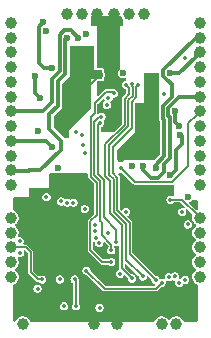
<source format=gbr>
G04 #@! TF.GenerationSoftware,KiCad,Pcbnew,9.0.4*
G04 #@! TF.CreationDate,2025-09-23T15:48:17-04:00*
G04 #@! TF.ProjectId,ESC Module,45534320-4d6f-4647-956c-652e6b696361,rev?*
G04 #@! TF.SameCoordinates,Original*
G04 #@! TF.FileFunction,Copper,L4,Bot*
G04 #@! TF.FilePolarity,Positive*
%FSLAX46Y46*%
G04 Gerber Fmt 4.6, Leading zero omitted, Abs format (unit mm)*
G04 Created by KiCad (PCBNEW 9.0.4) date 2025-09-23 15:48:17*
%MOMM*%
%LPD*%
G01*
G04 APERTURE LIST*
G04 #@! TA.AperFunction,Conductor*
%ADD10C,0.000000*%
G04 #@! TD*
G04 #@! TA.AperFunction,ComponentPad*
%ADD11C,1.000000*%
G04 #@! TD*
G04 #@! TA.AperFunction,ViaPad*
%ADD12C,0.350000*%
G04 #@! TD*
G04 #@! TA.AperFunction,ViaPad*
%ADD13C,0.600000*%
G04 #@! TD*
G04 #@! TA.AperFunction,Conductor*
%ADD14C,0.152400*%
G04 #@! TD*
G04 #@! TA.AperFunction,Conductor*
%ADD15C,0.300000*%
G04 #@! TD*
G04 APERTURE END LIST*
D10*
G04 #@! TA.AperFunction,Conductor*
G04 #@! TO.N,GND*
G36*
X132500000Y-89750000D02*
G01*
X132637439Y-89887439D01*
X132637439Y-92612561D01*
X132133908Y-93116092D01*
X129000000Y-93116092D01*
X129000000Y-92250000D01*
X130500000Y-90750000D01*
X130500000Y-88250000D01*
X131250000Y-88250000D01*
X131250000Y-85750000D01*
X132500000Y-85750000D01*
X132500000Y-89750000D01*
G37*
G04 #@! TD.AperFunction*
G04 #@! TA.AperFunction,Conductor*
G36*
X127000000Y-85500000D02*
G01*
X127750000Y-85500000D01*
X127750000Y-86250000D01*
X126750000Y-86250000D01*
X126750000Y-88750000D01*
X124943236Y-90556764D01*
X124943236Y-91250000D01*
X124500000Y-91250000D01*
X123605820Y-90355820D01*
X123605820Y-89394180D01*
X124318298Y-88681702D01*
X124318298Y-86681702D01*
X125000000Y-86000000D01*
X125000000Y-83500000D01*
X127000000Y-83500000D01*
X127000000Y-85500000D01*
G37*
G04 #@! TD.AperFunction*
G04 #@! TA.AperFunction,Conductor*
G36*
X126250000Y-100964285D02*
G01*
X124458333Y-102500000D01*
X122000000Y-102500000D01*
X122000000Y-98800000D01*
X123312500Y-97750000D01*
X126250000Y-97750000D01*
X126250000Y-100964285D01*
G37*
G04 #@! TD.AperFunction*
G04 #@! TA.AperFunction,Conductor*
G36*
X134750000Y-99000000D02*
G01*
X134750000Y-102500000D01*
X132000000Y-102500000D01*
X130500000Y-100750000D01*
X130500000Y-97750000D01*
X133750000Y-97750000D01*
X134750000Y-99000000D01*
G37*
G04 #@! TD.AperFunction*
G04 #@! TD*
D11*
G04 #@! TO.P,U7,1,1*
G04 #@! TO.N,Net-(R102-Pad2)*
X120000000Y-86500000D03*
G04 #@! TD*
G04 #@! TO.P,U14,1,1*
G04 #@! TO.N,Net-(R110-Pad2)*
X136000000Y-87750000D03*
G04 #@! TD*
G04 #@! TO.P,U105,1,1*
G04 #@! TO.N,/ESC/VS1*
X120000000Y-92750000D03*
G04 #@! TD*
G04 #@! TO.P,U108,1,1*
G04 #@! TO.N,/ESC1/VS2*
X136000000Y-89000000D03*
G04 #@! TD*
G04 #@! TO.P,U121,1,1*
G04 #@! TO.N,/ESC/TELEMETRY_TX*
X120000000Y-101750000D03*
G04 #@! TD*
G04 #@! TO.P,U18,1,1*
G04 #@! TO.N,Vdrive*
X126000000Y-80750000D03*
G04 #@! TD*
G04 #@! TO.P,U111,1,1*
G04 #@! TO.N,/ESC1/NRST*
X136000000Y-98000000D03*
G04 #@! TD*
G04 #@! TO.P,U110,1,1*
G04 #@! TO.N,/ESC/VS3*
X120000000Y-82750000D03*
G04 #@! TD*
G04 #@! TO.P,U16,1,1*
G04 #@! TO.N,Net-(R112-Pad2)*
X136000000Y-92750000D03*
G04 #@! TD*
G04 #@! TO.P,U5,1,1*
G04 #@! TO.N,Net-(R103-Pad2)*
X120000000Y-91500000D03*
G04 #@! TD*
G04 #@! TO.P,U15,1,1*
G04 #@! TO.N,Net-(R111-Pad2)*
X136000000Y-95250000D03*
G04 #@! TD*
G04 #@! TO.P,U202,1,1*
G04 #@! TO.N,/ESC/SWDIO*
X120000000Y-98000000D03*
G04 #@! TD*
G04 #@! TO.P,U22,1,1*
G04 #@! TO.N,GND*
X120000000Y-90250000D03*
G04 #@! TD*
G04 #@! TO.P,U116,1,1*
G04 #@! TO.N,GND*
X124750000Y-80750000D03*
G04 #@! TD*
G04 #@! TO.P,U118,1,1*
G04 #@! TO.N,GND*
X129000000Y-107000000D03*
G04 #@! TD*
G04 #@! TO.P,U122,1,1*
G04 #@! TO.N,/ESC/TELEMETRY_RX*
X120000000Y-103000000D03*
G04 #@! TD*
G04 #@! TO.P,U114,1,1*
G04 #@! TO.N,GND*
X136000000Y-91500000D03*
G04 #@! TD*
G04 #@! TO.P,U103,1,1*
G04 #@! TO.N,VDD*
X128750000Y-80750000D03*
G04 #@! TD*
G04 #@! TO.P,U12,1,1*
G04 #@! TO.N,Net-(R108-Pad2)*
X136000000Y-82750000D03*
G04 #@! TD*
G04 #@! TO.P,U9,1,1*
G04 #@! TO.N,Net-(R105-Pad2)*
X120000000Y-81500000D03*
G04 #@! TD*
G04 #@! TO.P,U106,1,1*
G04 #@! TO.N,/ESC/VS2*
X120000000Y-87750000D03*
G04 #@! TD*
G04 #@! TO.P,U19,1,1*
G04 #@! TO.N,GND*
X131250000Y-80750000D03*
G04 #@! TD*
G04 #@! TO.P,U13,1,1*
G04 #@! TO.N,Net-(R109-Pad2)*
X136000000Y-90250000D03*
G04 #@! TD*
G04 #@! TO.P,U20,1,1*
G04 #@! TO.N,GND*
X120000000Y-95250000D03*
G04 #@! TD*
G04 #@! TO.P,U3,1,1*
G04 #@! TO.N,/ESC/PWM*
X132750000Y-107000000D03*
G04 #@! TD*
G04 #@! TO.P,U113,1,1*
G04 #@! TO.N,GND*
X136000000Y-81500000D03*
G04 #@! TD*
G04 #@! TO.P,U10,1,1*
G04 #@! TO.N,Net-(R106-Pad2)*
X120000000Y-84000000D03*
G04 #@! TD*
G04 #@! TO.P,U115,1,1*
G04 #@! TO.N,GND*
X136000000Y-86500000D03*
G04 #@! TD*
G04 #@! TO.P,U101,1,1*
G04 #@! TO.N,Vdrive*
X130000000Y-80750000D03*
G04 #@! TD*
G04 #@! TO.P,U8,1,1*
G04 #@! TO.N,Net-(R104-Pad2)*
X120000000Y-89000000D03*
G04 #@! TD*
G04 #@! TO.P,U201,1,1*
G04 #@! TO.N,/ESC/SWCLK*
X120000000Y-99250000D03*
G04 #@! TD*
G04 #@! TO.P,U119,1,1*
G04 #@! TO.N,/ESC1/TELEMETRY_TX*
X136000000Y-100500000D03*
G04 #@! TD*
G04 #@! TO.P,U117,1,1*
G04 #@! TO.N,GND*
X127000000Y-107000000D03*
G04 #@! TD*
G04 #@! TO.P,U304,1,1*
G04 #@! TO.N,/ESC1/SWDIO*
X136000000Y-103000000D03*
G04 #@! TD*
G04 #@! TO.P,U11,1,1*
G04 #@! TO.N,Net-(R107-Pad2)*
X136000000Y-85250000D03*
G04 #@! TD*
G04 #@! TO.P,U102,1,1*
G04 #@! TO.N,+3V3*
X121000000Y-107000000D03*
G04 #@! TD*
G04 #@! TO.P,U107,1,1*
G04 #@! TO.N,/ESC1/VS1*
X136000000Y-84000000D03*
G04 #@! TD*
G04 #@! TO.P,U104,1,1*
G04 #@! TO.N,VDD*
X127250000Y-80750000D03*
G04 #@! TD*
G04 #@! TO.P,U21,1,1*
G04 #@! TO.N,GND*
X120000000Y-85250000D03*
G04 #@! TD*
G04 #@! TO.P,U4,1,1*
G04 #@! TO.N,/ESC1/PWM*
X134000000Y-107000000D03*
G04 #@! TD*
G04 #@! TO.P,U120,1,1*
G04 #@! TO.N,/ESC1/TELEMETRY_RX*
X136000000Y-99250000D03*
G04 #@! TD*
G04 #@! TO.P,U109,1,1*
G04 #@! TO.N,/ESC1/VS3*
X136000000Y-94000000D03*
G04 #@! TD*
G04 #@! TO.P,U303,1,1*
G04 #@! TO.N,/ESC1/SWCLK*
X136000000Y-101750000D03*
G04 #@! TD*
G04 #@! TO.P,U112,1,1*
G04 #@! TO.N,/ESC/NRST*
X120000000Y-100500000D03*
G04 #@! TD*
G04 #@! TO.P,U6,1,1*
G04 #@! TO.N,Net-(R101-Pad2)*
X120000000Y-94000000D03*
G04 #@! TD*
D12*
G04 #@! TO.N,GND*
X131750000Y-88750000D03*
X131750000Y-89500000D03*
X131750000Y-90250000D03*
X124500000Y-88250000D03*
X124500000Y-87500000D03*
X124500000Y-86750000D03*
X125000000Y-86750000D03*
X125000000Y-87500000D03*
X125000000Y-88250000D03*
X126500000Y-88250000D03*
X125500000Y-88250000D03*
X126000000Y-88250000D03*
X126500000Y-87500000D03*
X126000000Y-87500000D03*
X126500000Y-86750000D03*
X126000000Y-86750000D03*
X121500000Y-103250000D03*
X128500000Y-106250000D03*
X126500000Y-106500000D03*
X129250000Y-106250000D03*
X130750000Y-100750000D03*
X131500000Y-98750000D03*
X128580123Y-102397267D03*
X132250000Y-99750000D03*
D13*
X127500000Y-85925000D03*
D12*
X130750000Y-106250000D03*
X124250000Y-106500000D03*
X123750000Y-98750000D03*
D13*
X129278600Y-93000000D03*
D12*
X132250000Y-100750000D03*
X125250000Y-100750000D03*
X130750000Y-88750000D03*
X131250000Y-90250000D03*
X131500000Y-100750000D03*
X130750000Y-98750000D03*
X129547673Y-96952945D03*
X123750000Y-100750000D03*
X124000000Y-94500000D03*
X125250000Y-99750000D03*
X126250000Y-103000000D03*
X124500000Y-100750000D03*
X130750000Y-90250000D03*
X125500000Y-86750000D03*
X131250000Y-88750000D03*
X120500000Y-106000000D03*
X133000000Y-99750000D03*
X123000000Y-100750000D03*
X129906995Y-94980566D03*
X131250000Y-89500000D03*
X131500000Y-99750000D03*
X135000000Y-106250000D03*
X121000000Y-105750000D03*
X123000000Y-99750000D03*
X124500000Y-99750000D03*
X125500000Y-87500000D03*
X131500000Y-106250000D03*
X130000000Y-105750000D03*
X123750000Y-99750000D03*
X125000000Y-106500000D03*
X124500000Y-98750000D03*
X123500000Y-95000000D03*
X135000000Y-105750000D03*
X132250000Y-98750000D03*
X123000000Y-98750000D03*
X130750000Y-99750000D03*
X133000000Y-100750000D03*
X123500000Y-96500000D03*
X130750000Y-89500000D03*
X126500000Y-105500000D03*
X122750000Y-106500000D03*
X135500000Y-96750000D03*
X125250000Y-98750000D03*
X130000000Y-106250000D03*
X131500000Y-105750000D03*
X130750000Y-105750000D03*
X129250000Y-105750000D03*
X125750000Y-106500000D03*
X133500000Y-95500000D03*
X123500000Y-106500000D03*
X128500000Y-105750000D03*
X133000000Y-98750000D03*
G04 #@! TO.N,+3V3*
X134500000Y-97500000D03*
X124141995Y-103219873D03*
X126250000Y-97250000D03*
X129250000Y-102750000D03*
X122250000Y-104000000D03*
G04 #@! TO.N,/ESC/VS1*
X127485027Y-100139912D03*
X123000000Y-96250000D03*
G04 #@! TO.N,/ESC/VS2*
X127500000Y-105625000D03*
G04 #@! TO.N,/ESC/VS3*
X124500000Y-105500000D03*
D13*
G04 #@! TO.N,/ESC1/VS1*
X133500462Y-85750462D03*
D12*
X133000000Y-87500000D03*
X128250000Y-99250000D03*
G04 #@! TO.N,/ESC1/VS2*
X129352387Y-93750000D03*
D13*
G04 #@! TO.N,/ESC1/VS3*
X133491320Y-94365123D03*
X134352400Y-91006523D03*
G04 #@! TO.N,Vdrive*
X129487600Y-85750000D03*
D12*
X134750000Y-84500000D03*
D13*
X122250000Y-90675000D03*
X124000000Y-93750000D03*
X135000000Y-96250000D03*
X123000000Y-82175000D03*
D12*
G04 #@! TO.N,/ESC/COMP*
X125391995Y-103219873D03*
X125500000Y-105500000D03*
G04 #@! TO.N,/ESC1/BOOT0*
X134750000Y-103250000D03*
X134986995Y-98564873D03*
D13*
G04 #@! TO.N,/ESC/HO2*
X122028600Y-86000000D03*
X122471155Y-87850001D03*
G04 #@! TO.N,/ESC/HO3*
X123503663Y-85287256D03*
X122738680Y-81469436D03*
G04 #@! TO.N,/ESC1/HO2*
X133893181Y-88991138D03*
X134230278Y-90234123D03*
D12*
G04 #@! TO.N,/ESC/GATE_CH*
X126125000Y-91875000D03*
X125296995Y-96719873D03*
G04 #@! TO.N,/ESC/GATE_AH*
X125500000Y-90750000D03*
X124257184Y-96616911D03*
G04 #@! TO.N,/ESC/GATE_AL*
X127141995Y-98599870D03*
X126250000Y-92500000D03*
G04 #@! TO.N,/ESC/GATE_BH*
X126000000Y-91000000D03*
X124771992Y-96719873D03*
G04 #@! TO.N,/ESC/GATE_BL*
X128103558Y-88455413D03*
X127141995Y-99124873D03*
G04 #@! TO.N,/ESC/GATE_CL*
X127191084Y-99704912D03*
X128250000Y-87875000D03*
G04 #@! TO.N,/ESC/NRST*
X122641995Y-103219873D03*
G04 #@! TO.N,VDD*
X128000000Y-90500000D03*
G04 #@! TO.N,/ESC1/NRST*
X133500000Y-96469873D03*
G04 #@! TO.N,/ESC1/GATE_AL*
X128717995Y-87477531D03*
X128500000Y-101750000D03*
G04 #@! TO.N,/ESC1/GATE_AH*
X132250000Y-103250000D03*
X130780186Y-86774008D03*
G04 #@! TO.N,/ESC1/SWDIO*
X133355527Y-103035534D03*
G04 #@! TO.N,/ESC1/GATE_BH*
X130267442Y-86661220D03*
X131166998Y-102969873D03*
G04 #@! TO.N,/ESC1/GATE_BL*
X128500000Y-100750000D03*
X127666166Y-89440004D03*
G04 #@! TO.N,/ESC1/GATE_CH*
X129750000Y-86750000D03*
X130250000Y-103140447D03*
G04 #@! TO.N,/ESC1/SWCLK*
X133891995Y-102969873D03*
G04 #@! TO.N,/ESC1/GATE_CL*
X127554896Y-89953080D03*
X128927200Y-100029668D03*
G04 #@! TO.N,Net-(U203-PA2)*
X132750000Y-103500000D03*
X126391995Y-102469873D03*
G04 #@! TO.N,Net-(U305-PA2)*
X129750000Y-97500000D03*
X134250000Y-103500000D03*
D13*
G04 #@! TO.N,Net-(R101-Pad2)*
X124750000Y-82750000D03*
G04 #@! TO.N,Net-(R103-Pad2)*
X123500000Y-92000000D03*
G04 #@! TO.N,Net-(R104-Pad2)*
X125698341Y-82774468D03*
G04 #@! TO.N,Net-(R106-Pad2)*
X126378328Y-82452400D03*
G04 #@! TO.N,Net-(R108-Pad2)*
X132240800Y-93749493D03*
G04 #@! TO.N,Net-(R110-Pad2)*
X131221088Y-93628320D03*
G04 #@! TO.N,Net-(R112-Pad2)*
X130221339Y-93630016D03*
D12*
G04 #@! TO.N,/ESC/TELEMETRY_TX*
X120750000Y-100000000D03*
G04 #@! TO.N,/ESC/TELEMETRY_RX*
X120750000Y-101000000D03*
G04 #@! TD*
D14*
G04 #@! TO.N,GND*
X130750000Y-91528600D02*
X129278600Y-93000000D01*
X130750000Y-90250000D02*
X130750000Y-91528600D01*
X126675000Y-86750000D02*
X127500000Y-85925000D01*
X126500000Y-86750000D02*
X126675000Y-86750000D01*
D15*
G04 #@! TO.N,Net-(R108-Pad2)*
X132897062Y-86000399D02*
X132897062Y-85501938D01*
X133198332Y-86301668D02*
X132897062Y-86000399D01*
X133608796Y-86712133D02*
X133198332Y-86301668D01*
X132836382Y-89600001D02*
X132836382Y-88522414D01*
X132986381Y-89750000D02*
X132836382Y-89600001D01*
X132897062Y-85501938D02*
X135649000Y-82750000D01*
X132836382Y-88522414D02*
X133608796Y-87750000D01*
X132986381Y-92750000D02*
X132986381Y-89750000D01*
X132240800Y-93495581D02*
X132986381Y-92750000D01*
X132240800Y-93749493D02*
X132240800Y-93495581D01*
X133608796Y-87750000D02*
X133608796Y-86712133D01*
G04 #@! TO.N,Net-(R110-Pad2)*
X131221088Y-93971088D02*
X131221088Y-93628320D01*
X131848979Y-94598979D02*
X131221088Y-93971088D01*
X132489027Y-94598979D02*
X131848979Y-94598979D01*
X132923200Y-94164806D02*
X132489027Y-94598979D01*
X132923200Y-93456362D02*
X132923200Y-94164806D01*
X133439781Y-89500000D02*
X133439781Y-92939781D01*
X133289781Y-89350000D02*
X133439781Y-89500000D01*
X133289781Y-88710219D02*
X133289781Y-89350000D01*
X134250000Y-87750000D02*
X133289781Y-88710219D01*
X133439781Y-92939781D02*
X132923200Y-93456362D01*
X135649000Y-87750000D02*
X134250000Y-87750000D01*
G04 #@! TO.N,Net-(R101-Pad2)*
X124250000Y-92250000D02*
X122500000Y-94000000D01*
X124250000Y-91500000D02*
X124250000Y-92250000D01*
X123250000Y-90500000D02*
X124250000Y-91500000D01*
X123250000Y-89250000D02*
X123250000Y-90500000D01*
X122500000Y-94000000D02*
X121528337Y-94000000D01*
X123953400Y-88546600D02*
X123250000Y-89250000D01*
X123953400Y-86437804D02*
X123953400Y-88546600D01*
X124599999Y-85791205D02*
X123953400Y-86437804D01*
X124600000Y-82900000D02*
X124599999Y-85791205D01*
X124750000Y-82750000D02*
X124600000Y-82900000D01*
G04 #@! TO.N,Net-(R104-Pad2)*
X124146600Y-82500063D02*
X124500063Y-82146600D01*
X125070473Y-82146600D02*
X125698341Y-82774468D01*
X123500000Y-86250000D02*
X124146600Y-85603400D01*
X123500000Y-88175000D02*
X123500000Y-86250000D01*
X122675000Y-89000000D02*
X123500000Y-88175000D01*
X120000000Y-89000000D02*
X122675000Y-89000000D01*
X124146600Y-85603400D02*
X124146600Y-82500063D01*
X124500063Y-82146600D02*
X125070473Y-82146600D01*
G04 #@! TO.N,/ESC/HO3*
X122396600Y-81811516D02*
X122738680Y-81469436D01*
X122396600Y-84896600D02*
X122396600Y-81811516D01*
X123503663Y-85287256D02*
X122787256Y-85287256D01*
X122787256Y-85287256D02*
X122396600Y-84896600D01*
G04 #@! TO.N,/ESC1/VS1*
X133500462Y-85750462D02*
X134249538Y-85750462D01*
X135649000Y-84351000D02*
X135649000Y-84000000D01*
X134249538Y-85750462D02*
X135649000Y-84351000D01*
D14*
G04 #@! TO.N,/ESC1/VS2*
X135000000Y-93605411D02*
X135000000Y-90000000D01*
X130509161Y-94978579D02*
X133626832Y-94978579D01*
X129352387Y-93821805D02*
X130509161Y-94978579D01*
X133626832Y-94978579D02*
X135000000Y-93605411D01*
X129352387Y-93750000D02*
X129352387Y-93821805D01*
X135000000Y-90000000D02*
X135722800Y-89277200D01*
D15*
G04 #@! TO.N,/ESC1/VS3*
X133578027Y-94365123D02*
X133491320Y-94365123D01*
X134000000Y-92250000D02*
X134000000Y-93943150D01*
X134000000Y-93943150D02*
X133578027Y-94365123D01*
X134352400Y-91006523D02*
X134453400Y-91107523D01*
X134453400Y-91107523D02*
X134453400Y-91796600D01*
X134453400Y-91796600D02*
X134000000Y-92250000D01*
D14*
G04 #@! TO.N,/ESC/COMP*
X125500000Y-105500000D02*
X125500000Y-103327878D01*
X125500000Y-103327878D02*
X125391995Y-103219873D01*
D15*
G04 #@! TO.N,/ESC/HO2*
X122028600Y-87407446D02*
X122471155Y-87850001D01*
X122028600Y-86000000D02*
X122028600Y-87407446D01*
G04 #@! TO.N,/ESC1/HO2*
X133893181Y-89897026D02*
X134230278Y-90234123D01*
X133893181Y-88991138D02*
X133893181Y-89897026D01*
D14*
G04 #@! TO.N,/ESC/NRST*
X121250000Y-100500000D02*
X120277200Y-100500000D01*
X122287842Y-103219873D02*
X121658984Y-102591016D01*
X121658984Y-100908984D02*
X121250000Y-100500000D01*
X122641995Y-103219873D02*
X122287842Y-103219873D01*
X121658984Y-102591016D02*
X121658984Y-100908984D01*
G04 #@! TO.N,/ESC1/NRST*
X134469873Y-96469873D02*
X135722800Y-97722800D01*
X133500000Y-96469873D02*
X134469873Y-96469873D01*
G04 #@! TO.N,/ESC1/GATE_AL*
X126750000Y-89466125D02*
X127079600Y-89136525D01*
X127250000Y-95017000D02*
X127250000Y-97750000D01*
X128717995Y-87477531D02*
X128563264Y-87322800D01*
X126750000Y-89466125D02*
X126750000Y-94517000D01*
X127750000Y-101750000D02*
X128500000Y-101750000D01*
X126714795Y-98285205D02*
X126714795Y-100714795D01*
X128563264Y-87322800D02*
X128073047Y-87322800D01*
X126714795Y-100714795D02*
X127750000Y-101750000D01*
X127079600Y-88316247D02*
X127079600Y-89136525D01*
X128073047Y-87322800D02*
X127079600Y-88316247D01*
X127250000Y-97750000D02*
X126714795Y-98285205D01*
X126750000Y-94517000D02*
X127250000Y-95017000D01*
G04 #@! TO.N,/ESC1/GATE_AH*
X129000000Y-97385068D02*
X129000000Y-94604666D01*
X130250000Y-90361600D02*
X130250000Y-88175296D01*
X130611600Y-87813696D02*
X130611600Y-86921215D01*
X130758807Y-86774008D02*
X130780186Y-86774008D01*
X129000000Y-94604666D02*
X128611600Y-94216266D01*
X130055800Y-98440868D02*
X129000000Y-97385068D01*
X130611600Y-86921215D02*
X130758807Y-86774008D01*
X130250000Y-88175296D02*
X130611600Y-87813696D01*
X128611600Y-94216266D02*
X128611600Y-92000000D01*
X132250000Y-103250000D02*
X130055800Y-101055800D01*
X128611600Y-92000000D02*
X130250000Y-90361600D01*
X130055800Y-101055800D02*
X130055800Y-98440868D01*
G04 #@! TO.N,/ESC1/GATE_BH*
X130305800Y-86873334D02*
X130305800Y-87687030D01*
X129716233Y-100466233D02*
X129750000Y-100500000D01*
X130267442Y-86834975D02*
X130305800Y-86873334D01*
X130305800Y-87687030D02*
X129944200Y-88048630D01*
X130267442Y-86661220D02*
X130267442Y-86834975D01*
X129750000Y-101552875D02*
X131166998Y-102969873D01*
X128305800Y-94342933D02*
X128694200Y-94731333D01*
X129716233Y-98533767D02*
X129716233Y-100466233D01*
X128694200Y-94731333D02*
X128694200Y-97511735D01*
X129750000Y-100500000D02*
X129750000Y-101552875D01*
X128305800Y-91873335D02*
X128305800Y-94342933D01*
X129944200Y-90234934D02*
X128305800Y-91873335D01*
X128694200Y-97511735D02*
X129716233Y-98533767D01*
X129944200Y-88048630D02*
X129944200Y-90234934D01*
G04 #@! TO.N,/ESC1/GATE_BL*
X127201911Y-89701911D02*
X127463819Y-89440004D01*
X127555800Y-98250000D02*
X127694200Y-98388400D01*
X128500000Y-100277031D02*
X128500000Y-100750000D01*
X127055800Y-89848023D02*
X127055800Y-94390334D01*
X127201911Y-89701911D02*
X127055800Y-89848023D01*
X127463819Y-89440004D02*
X127666166Y-89440004D01*
X127555800Y-94890333D02*
X127555800Y-98250000D01*
X127694200Y-98388400D02*
X127694200Y-99471231D01*
X127055800Y-94390334D02*
X127555800Y-94890333D01*
X127694200Y-99471231D02*
X128500000Y-100277031D01*
X127127696Y-89776127D02*
X127201911Y-89701911D01*
G04 #@! TO.N,/ESC1/GATE_CH*
X130000000Y-87560364D02*
X129638400Y-87921964D01*
X129404155Y-98654156D02*
X129404155Y-102294602D01*
X128388400Y-94857999D02*
X128388400Y-97638401D01*
X129404155Y-102294602D02*
X130250000Y-103140447D01*
X128388400Y-97638401D02*
X129404155Y-98654156D01*
X128000000Y-91746669D02*
X128000000Y-94469600D01*
X128000000Y-94469600D02*
X128388400Y-94857999D01*
X129638400Y-87921964D02*
X129638400Y-90108268D01*
X129638400Y-90108268D02*
X128000000Y-91746669D01*
X130000000Y-87000000D02*
X130000000Y-87560364D01*
X129750000Y-86750000D02*
X130000000Y-87000000D01*
G04 #@! TO.N,/ESC1/SWCLK*
X133891995Y-102969873D02*
X133822800Y-103039068D01*
G04 #@! TO.N,/ESC1/GATE_CL*
X127546920Y-89953080D02*
X127361600Y-90138400D01*
X127861600Y-97977320D02*
X128927200Y-99042920D01*
X127554896Y-89953080D02*
X127546920Y-89953080D01*
X128927200Y-99042920D02*
X128927200Y-100029668D01*
X127361600Y-90138400D02*
X127361600Y-94263668D01*
X127861600Y-94763666D02*
X127861600Y-97977320D01*
X127361600Y-94263668D02*
X127861600Y-94763666D01*
G04 #@! TO.N,Net-(U203-PA2)*
X132750000Y-103500000D02*
X132250000Y-104000000D01*
X132250000Y-104000000D02*
X127922122Y-104000000D01*
X127922122Y-104000000D02*
X126391995Y-102469873D01*
D15*
G04 #@! TO.N,Net-(R101-Pad2)*
X121528337Y-94075000D02*
X120000000Y-94075000D01*
G04 #@! TO.N,Net-(R103-Pad2)*
X123000000Y-91500000D02*
X120351000Y-91500000D01*
X123500000Y-92000000D02*
X123000000Y-91500000D01*
G04 #@! TD*
G04 #@! TA.AperFunction,Conductor*
G04 #@! TO.N,VDD*
G36*
X129374447Y-80968093D02*
G01*
X129395584Y-80996921D01*
X129421408Y-81059264D01*
X129421409Y-81059265D01*
X129421409Y-81059266D01*
X129487326Y-81157917D01*
X129500000Y-81199696D01*
X129500000Y-81674800D01*
X129482407Y-81723138D01*
X129437858Y-81748858D01*
X129424800Y-81750000D01*
X129250000Y-81750000D01*
X129250000Y-85320798D01*
X129232407Y-85369136D01*
X129212403Y-85385921D01*
X129209515Y-85387588D01*
X129125188Y-85471914D01*
X129065564Y-85575185D01*
X129065564Y-85575186D01*
X129065564Y-85575187D01*
X129034700Y-85690375D01*
X129034700Y-85809625D01*
X129065564Y-85924813D01*
X129065564Y-85924814D01*
X129125189Y-86028087D01*
X129209512Y-86112410D01*
X129265000Y-86144446D01*
X129312787Y-86172036D01*
X129427975Y-86202900D01*
X129427978Y-86202900D01*
X129547222Y-86202900D01*
X129547225Y-86202900D01*
X129655339Y-86173931D01*
X129658763Y-86174230D01*
X129661742Y-86172511D01*
X129684035Y-86176442D01*
X129706581Y-86178415D01*
X129709012Y-86180846D01*
X129712400Y-86181444D01*
X129726950Y-86198784D01*
X129742954Y-86214788D01*
X129743878Y-86218958D01*
X129745465Y-86220849D01*
X129750000Y-86246569D01*
X129750000Y-86329433D01*
X129732407Y-86377771D01*
X129694264Y-86402070D01*
X129659432Y-86411403D01*
X129614713Y-86423385D01*
X129534783Y-86469534D01*
X129469534Y-86534783D01*
X129423385Y-86614713D01*
X129409594Y-86666180D01*
X129399500Y-86703856D01*
X129399500Y-86796144D01*
X129423386Y-86885288D01*
X129469531Y-86965212D01*
X129469532Y-86965213D01*
X129469534Y-86965216D01*
X129534783Y-87030465D01*
X129534785Y-87030466D01*
X129534788Y-87030469D01*
X129614712Y-87076614D01*
X129694265Y-87097930D01*
X129736400Y-87127432D01*
X129750000Y-87170566D01*
X129750000Y-87455218D01*
X129732407Y-87503556D01*
X129727974Y-87508392D01*
X129444178Y-87792187D01*
X129444177Y-87792188D01*
X129427758Y-87831830D01*
X129409300Y-87876392D01*
X129409300Y-89982223D01*
X129391707Y-90030561D01*
X129387274Y-90035397D01*
X128694697Y-90727974D01*
X128648077Y-90749714D01*
X128641523Y-90750000D01*
X127665900Y-90750000D01*
X127617562Y-90732407D01*
X127591842Y-90687858D01*
X127590700Y-90674800D01*
X127590700Y-90364053D01*
X127608293Y-90315715D01*
X127646436Y-90291416D01*
X127690184Y-90279694D01*
X127770108Y-90233549D01*
X127835365Y-90168292D01*
X127881510Y-90088368D01*
X127905396Y-89999224D01*
X127905396Y-89906936D01*
X127881510Y-89817792D01*
X127874692Y-89805984D01*
X127865758Y-89755328D01*
X127886640Y-89715210D01*
X127946635Y-89655216D01*
X127992780Y-89575292D01*
X128016666Y-89486148D01*
X128016666Y-89393860D01*
X127992780Y-89304716D01*
X127946635Y-89224792D01*
X127946632Y-89224789D01*
X127946631Y-89224787D01*
X127881382Y-89159538D01*
X127881379Y-89159536D01*
X127881378Y-89159535D01*
X127801454Y-89113390D01*
X127801453Y-89113389D01*
X127801452Y-89113389D01*
X127768822Y-89104646D01*
X127712310Y-89089504D01*
X127620022Y-89089504D01*
X127573368Y-89102004D01*
X127530879Y-89113389D01*
X127450951Y-89159537D01*
X127437073Y-89173415D01*
X127390452Y-89195153D01*
X127340765Y-89181838D01*
X127311262Y-89139700D01*
X127308700Y-89120239D01*
X127308700Y-88442291D01*
X127326293Y-88393953D01*
X127330715Y-88389128D01*
X127786099Y-87933743D01*
X127793517Y-87930284D01*
X127798461Y-87923756D01*
X127816213Y-87919700D01*
X127832717Y-87912005D01*
X127840626Y-87914124D01*
X127848609Y-87912301D01*
X127864814Y-87920605D01*
X127882404Y-87925319D01*
X127888332Y-87932657D01*
X127894388Y-87935761D01*
X127902077Y-87949671D01*
X127908561Y-87957697D01*
X127910572Y-87962465D01*
X127923386Y-88010288D01*
X127950667Y-88057540D01*
X127952489Y-88061859D01*
X127953555Y-88083145D01*
X127957257Y-88104139D01*
X127954818Y-88108363D01*
X127955062Y-88113235D01*
X127942194Y-88130228D01*
X127931537Y-88148687D01*
X127924469Y-88153636D01*
X127924009Y-88154244D01*
X127923404Y-88154382D01*
X127920801Y-88156205D01*
X127888343Y-88174945D01*
X127888343Y-88174946D01*
X127823092Y-88240196D01*
X127776943Y-88320126D01*
X127763152Y-88371593D01*
X127753058Y-88409269D01*
X127753058Y-88501557D01*
X127776944Y-88590701D01*
X127823089Y-88670625D01*
X127823090Y-88670626D01*
X127823092Y-88670629D01*
X127888341Y-88735878D01*
X127888343Y-88735879D01*
X127888346Y-88735882D01*
X127968270Y-88782027D01*
X128057414Y-88805913D01*
X128057417Y-88805913D01*
X128149699Y-88805913D01*
X128149702Y-88805913D01*
X128238846Y-88782027D01*
X128318770Y-88735882D01*
X128384027Y-88670625D01*
X128430172Y-88590701D01*
X128454058Y-88501557D01*
X128454058Y-88409269D01*
X128430172Y-88320125D01*
X128405232Y-88276929D01*
X128396300Y-88226274D01*
X128422020Y-88181725D01*
X128432752Y-88174209D01*
X128465212Y-88155469D01*
X128530469Y-88090212D01*
X128576614Y-88010288D01*
X128600500Y-87921144D01*
X128600500Y-87903231D01*
X128618093Y-87854893D01*
X128662642Y-87829173D01*
X128675700Y-87828031D01*
X128764136Y-87828031D01*
X128764139Y-87828031D01*
X128853283Y-87804145D01*
X128933207Y-87758000D01*
X128998464Y-87692743D01*
X129044609Y-87612819D01*
X129068495Y-87523675D01*
X129068495Y-87431387D01*
X129044609Y-87342243D01*
X128998464Y-87262319D01*
X128998461Y-87262316D01*
X128998460Y-87262314D01*
X128933211Y-87197065D01*
X128933208Y-87197063D01*
X128933207Y-87197062D01*
X128853283Y-87150917D01*
X128853282Y-87150916D01*
X128853281Y-87150916D01*
X128820651Y-87142173D01*
X128764139Y-87127031D01*
X128764136Y-87127031D01*
X128704262Y-87127031D01*
X128702111Y-87126603D01*
X128700983Y-87126959D01*
X128675485Y-87121307D01*
X128625251Y-87100500D01*
X128625249Y-87100499D01*
X128608836Y-87093700D01*
X128608835Y-87093700D01*
X128027476Y-87093700D01*
X128027475Y-87093700D01*
X128011062Y-87100499D01*
X128011060Y-87100500D01*
X127943270Y-87128578D01*
X127378374Y-87693475D01*
X127331754Y-87715215D01*
X127282067Y-87701901D01*
X127252562Y-87659764D01*
X127250000Y-87640301D01*
X127250000Y-86530145D01*
X127255615Y-86514717D01*
X127257046Y-86498364D01*
X127266460Y-86484919D01*
X127267593Y-86481807D01*
X127272026Y-86476971D01*
X127319071Y-86429926D01*
X127365691Y-86408186D01*
X127372245Y-86407900D01*
X127749997Y-86407900D01*
X127750000Y-86407900D01*
X127828950Y-86386745D01*
X127886745Y-86328950D01*
X127907900Y-86250000D01*
X127907900Y-86144446D01*
X127917976Y-86106843D01*
X127922036Y-86099813D01*
X127952900Y-85984625D01*
X127952900Y-85865375D01*
X127922036Y-85750187D01*
X127917973Y-85743151D01*
X127907900Y-85705553D01*
X127907900Y-85500002D01*
X127907900Y-85500000D01*
X127886745Y-85421050D01*
X127886743Y-85421048D01*
X127886742Y-85421046D01*
X127828953Y-85363257D01*
X127828951Y-85363256D01*
X127828950Y-85363255D01*
X127750000Y-85342100D01*
X127749997Y-85342100D01*
X127325200Y-85342100D01*
X127276862Y-85324507D01*
X127251142Y-85279958D01*
X127250000Y-85266900D01*
X127250000Y-81750000D01*
X126825200Y-81750000D01*
X126776862Y-81732407D01*
X126751142Y-81687858D01*
X126750000Y-81674800D01*
X126750000Y-81025700D01*
X126767593Y-80977362D01*
X126812142Y-80951642D01*
X126825200Y-80950500D01*
X129326109Y-80950500D01*
X129374447Y-80968093D01*
G37*
G04 #@! TD.AperFunction*
G04 #@! TD*
G04 #@! TA.AperFunction,Conductor*
G04 #@! TO.N,GND*
G36*
X126494038Y-94267593D02*
G01*
X126519758Y-94312142D01*
X126520900Y-94325200D01*
X126520900Y-94562571D01*
X126527536Y-94578592D01*
X126555778Y-94646775D01*
X126998874Y-95089870D01*
X127020614Y-95136490D01*
X127020900Y-95143044D01*
X127020900Y-97623954D01*
X127003307Y-97672292D01*
X126998874Y-97677128D01*
X126520573Y-98155428D01*
X126504523Y-98194178D01*
X126485695Y-98239632D01*
X126485695Y-100760365D01*
X126520573Y-100844571D01*
X127620223Y-101944221D01*
X127620225Y-101944222D01*
X127670899Y-101965211D01*
X127670900Y-101965212D01*
X127684788Y-101970964D01*
X127704429Y-101979100D01*
X127704430Y-101979100D01*
X127795570Y-101979100D01*
X128202271Y-101979100D01*
X128250609Y-101996693D01*
X128255434Y-102001115D01*
X128284788Y-102030469D01*
X128364712Y-102076614D01*
X128453856Y-102100500D01*
X128453859Y-102100500D01*
X128546141Y-102100500D01*
X128546144Y-102100500D01*
X128635288Y-102076614D01*
X128715212Y-102030469D01*
X128780469Y-101965212D01*
X128826614Y-101885288D01*
X128850500Y-101796144D01*
X128850500Y-101703856D01*
X128826614Y-101614712D01*
X128780469Y-101534788D01*
X128780466Y-101534785D01*
X128780465Y-101534783D01*
X128715216Y-101469534D01*
X128715213Y-101469532D01*
X128715212Y-101469531D01*
X128635288Y-101423386D01*
X128635287Y-101423385D01*
X128635286Y-101423385D01*
X128602656Y-101414642D01*
X128546144Y-101399500D01*
X128453856Y-101399500D01*
X128407202Y-101412000D01*
X128364713Y-101423385D01*
X128284786Y-101469532D01*
X128270116Y-101484203D01*
X128255444Y-101498874D01*
X128208826Y-101520614D01*
X128202271Y-101520900D01*
X127876045Y-101520900D01*
X127827707Y-101503307D01*
X127822871Y-101498874D01*
X126965921Y-100641924D01*
X126944181Y-100595304D01*
X126943895Y-100588750D01*
X126943895Y-100097169D01*
X126961488Y-100048831D01*
X127006037Y-100023111D01*
X127042468Y-100025693D01*
X127049905Y-100028125D01*
X127055796Y-100031526D01*
X127080767Y-100038217D01*
X127082700Y-100038849D01*
X127101433Y-100053542D01*
X127120927Y-100067192D01*
X127121613Y-100069370D01*
X127123175Y-100070595D01*
X127125537Y-100081815D01*
X127134527Y-100110325D01*
X127134527Y-100186056D01*
X127149669Y-100242568D01*
X127157260Y-100270900D01*
X127158413Y-100275200D01*
X127204558Y-100355124D01*
X127204559Y-100355125D01*
X127204561Y-100355128D01*
X127269810Y-100420377D01*
X127269812Y-100420378D01*
X127269815Y-100420381D01*
X127349739Y-100466526D01*
X127438883Y-100490412D01*
X127438886Y-100490412D01*
X127531168Y-100490412D01*
X127531171Y-100490412D01*
X127620315Y-100466526D01*
X127700239Y-100420381D01*
X127765496Y-100355124D01*
X127811641Y-100275200D01*
X127835527Y-100186056D01*
X127835527Y-100118103D01*
X127853120Y-100069765D01*
X127897669Y-100044045D01*
X127948327Y-100052978D01*
X127963901Y-100064929D01*
X128248874Y-100349902D01*
X128255811Y-100364778D01*
X128266365Y-100377356D01*
X128269215Y-100393523D01*
X128270614Y-100396522D01*
X128270900Y-100403076D01*
X128270900Y-100452270D01*
X128253307Y-100500608D01*
X128248874Y-100505444D01*
X128219534Y-100534783D01*
X128173385Y-100614713D01*
X128159594Y-100666180D01*
X128149500Y-100703856D01*
X128149500Y-100796144D01*
X128162476Y-100844570D01*
X128167524Y-100863413D01*
X128173386Y-100885288D01*
X128219531Y-100965212D01*
X128219532Y-100965213D01*
X128219534Y-100965216D01*
X128284783Y-101030465D01*
X128284785Y-101030466D01*
X128284788Y-101030469D01*
X128364712Y-101076614D01*
X128453856Y-101100500D01*
X128453859Y-101100500D01*
X128546141Y-101100500D01*
X128546144Y-101100500D01*
X128635288Y-101076614D01*
X128715212Y-101030469D01*
X128780469Y-100965212D01*
X128826614Y-100885288D01*
X128850500Y-100796144D01*
X128850500Y-100703856D01*
X128826614Y-100614712D01*
X128780469Y-100534788D01*
X128780466Y-100534785D01*
X128780465Y-100534783D01*
X128751126Y-100505444D01*
X128744188Y-100490567D01*
X128733635Y-100477990D01*
X128730784Y-100461822D01*
X128729386Y-100458824D01*
X128729100Y-100452270D01*
X128729100Y-100437453D01*
X128746693Y-100389115D01*
X128791242Y-100363395D01*
X128823760Y-100364815D01*
X128881056Y-100380168D01*
X128973341Y-100380168D01*
X128973344Y-100380168D01*
X129062488Y-100356282D01*
X129062496Y-100356277D01*
X129067040Y-100354396D01*
X129067494Y-100355493D01*
X129112908Y-100347483D01*
X129157458Y-100373199D01*
X129175055Y-100421536D01*
X129175055Y-102347579D01*
X129172001Y-102347579D01*
X129166146Y-102385592D01*
X129127468Y-102419505D01*
X129119691Y-102422051D01*
X129114716Y-102423384D01*
X129114714Y-102423385D01*
X129114712Y-102423385D01*
X129114712Y-102423386D01*
X129090220Y-102437527D01*
X129034783Y-102469534D01*
X128969534Y-102534783D01*
X128969531Y-102534787D01*
X128969531Y-102534788D01*
X128959785Y-102551668D01*
X128923385Y-102614713D01*
X128915737Y-102643258D01*
X128899500Y-102703856D01*
X128899500Y-102796144D01*
X128910706Y-102837966D01*
X128919121Y-102869373D01*
X128923386Y-102885288D01*
X128969531Y-102965212D01*
X128969532Y-102965213D01*
X128969534Y-102965216D01*
X129034783Y-103030465D01*
X129034785Y-103030466D01*
X129034788Y-103030469D01*
X129114712Y-103076614D01*
X129203856Y-103100500D01*
X129203859Y-103100500D01*
X129296141Y-103100500D01*
X129296144Y-103100500D01*
X129385288Y-103076614D01*
X129465212Y-103030469D01*
X129530469Y-102965212D01*
X129562105Y-102910416D01*
X129601508Y-102877354D01*
X129652948Y-102877354D01*
X129680402Y-102894845D01*
X129877474Y-103091917D01*
X129899214Y-103138537D01*
X129899500Y-103145091D01*
X129899500Y-103186591D01*
X129909389Y-103223496D01*
X129915978Y-103248090D01*
X129923386Y-103275735D01*
X129969531Y-103355659D01*
X129969532Y-103355660D01*
X129969534Y-103355663D01*
X130034783Y-103420912D01*
X130034785Y-103420913D01*
X130034788Y-103420916D01*
X130114712Y-103467061D01*
X130203856Y-103490947D01*
X130203859Y-103490947D01*
X130296141Y-103490947D01*
X130296144Y-103490947D01*
X130385288Y-103467061D01*
X130465212Y-103420916D01*
X130530469Y-103355659D01*
X130576614Y-103275735D01*
X130600500Y-103186591D01*
X130600500Y-103094303D01*
X130576614Y-103005159D01*
X130530469Y-102925235D01*
X130530466Y-102925232D01*
X130530465Y-102925230D01*
X130465216Y-102859981D01*
X130465213Y-102859979D01*
X130465212Y-102859978D01*
X130385288Y-102813833D01*
X130385287Y-102813832D01*
X130385286Y-102813832D01*
X130352656Y-102805089D01*
X130296144Y-102789947D01*
X130296141Y-102789947D01*
X130254644Y-102789947D01*
X130206306Y-102772354D01*
X130201470Y-102767921D01*
X129655281Y-102221731D01*
X129633541Y-102175111D01*
X129633255Y-102168557D01*
X129633255Y-101941674D01*
X129650848Y-101893336D01*
X129695397Y-101867616D01*
X129746055Y-101876549D01*
X129761629Y-101888500D01*
X130794472Y-102921343D01*
X130816212Y-102967963D01*
X130816498Y-102974517D01*
X130816498Y-103016017D01*
X130829437Y-103064305D01*
X130838481Y-103098061D01*
X130840384Y-103105161D01*
X130886529Y-103185085D01*
X130886530Y-103185086D01*
X130886532Y-103185089D01*
X130951781Y-103250338D01*
X130951783Y-103250339D01*
X130951786Y-103250342D01*
X131031710Y-103296487D01*
X131120854Y-103320373D01*
X131120857Y-103320373D01*
X131213139Y-103320373D01*
X131213142Y-103320373D01*
X131302286Y-103296487D01*
X131382210Y-103250342D01*
X131447467Y-103185085D01*
X131493612Y-103105161D01*
X131517498Y-103016017D01*
X131517498Y-103016013D01*
X131517499Y-103016010D01*
X131517898Y-103012981D01*
X131518748Y-103011347D01*
X131518773Y-103011256D01*
X131518793Y-103011261D01*
X131541651Y-102967354D01*
X131589176Y-102947670D01*
X131638234Y-102963139D01*
X131645628Y-102969624D01*
X131877474Y-103201470D01*
X131899214Y-103248090D01*
X131899500Y-103254644D01*
X131899500Y-103296144D01*
X131912403Y-103344299D01*
X131915313Y-103355161D01*
X131923386Y-103385288D01*
X131969531Y-103465212D01*
X131969532Y-103465213D01*
X131969534Y-103465216D01*
X132034783Y-103530465D01*
X132034785Y-103530466D01*
X132034788Y-103530469D01*
X132114712Y-103576614D01*
X132173984Y-103592495D01*
X132184844Y-103600100D01*
X132197652Y-103603532D01*
X132205257Y-103614394D01*
X132216120Y-103622000D01*
X132219552Y-103634808D01*
X132227157Y-103645669D01*
X132226001Y-103658877D01*
X132229434Y-103671687D01*
X132223830Y-103683704D01*
X132222675Y-103696913D01*
X132207695Y-103718307D01*
X132177129Y-103748874D01*
X132130509Y-103770614D01*
X132123954Y-103770900D01*
X128048166Y-103770900D01*
X127999828Y-103753307D01*
X127994992Y-103748874D01*
X126764521Y-102518402D01*
X126742781Y-102471782D01*
X126742495Y-102465228D01*
X126742495Y-102423731D01*
X126742495Y-102423729D01*
X126718609Y-102334585D01*
X126672464Y-102254661D01*
X126672461Y-102254658D01*
X126672460Y-102254656D01*
X126607211Y-102189407D01*
X126607208Y-102189405D01*
X126607207Y-102189404D01*
X126527283Y-102143259D01*
X126527282Y-102143258D01*
X126527281Y-102143258D01*
X126494651Y-102134515D01*
X126438139Y-102119373D01*
X126345851Y-102119373D01*
X126299197Y-102131873D01*
X126256708Y-102143258D01*
X126176778Y-102189407D01*
X126111529Y-102254656D01*
X126111526Y-102254660D01*
X126111526Y-102254661D01*
X126110095Y-102257140D01*
X126065380Y-102334586D01*
X126051714Y-102385592D01*
X126041495Y-102423729D01*
X126041495Y-102516017D01*
X126056637Y-102572529D01*
X126059657Y-102583801D01*
X126065381Y-102605161D01*
X126111526Y-102685085D01*
X126111527Y-102685086D01*
X126111529Y-102685089D01*
X126176778Y-102750338D01*
X126176780Y-102750339D01*
X126176783Y-102750342D01*
X126256707Y-102796487D01*
X126345851Y-102820373D01*
X126387350Y-102820373D01*
X126435688Y-102837966D01*
X126440524Y-102842399D01*
X127727901Y-104129775D01*
X127792347Y-104194221D01*
X127876551Y-104229100D01*
X127876552Y-104229100D01*
X132295570Y-104229100D01*
X132295571Y-104229100D01*
X132329099Y-104215212D01*
X132379775Y-104194222D01*
X132701470Y-103872525D01*
X132748091Y-103850786D01*
X132754645Y-103850500D01*
X132796141Y-103850500D01*
X132796144Y-103850500D01*
X132885288Y-103826614D01*
X132965212Y-103780469D01*
X133030469Y-103715212D01*
X133076614Y-103635288D01*
X133100500Y-103546144D01*
X133100500Y-103453856D01*
X133096503Y-103438939D01*
X133100987Y-103387698D01*
X133137360Y-103351325D01*
X133188604Y-103346841D01*
X133206737Y-103354352D01*
X133220239Y-103362148D01*
X133309383Y-103386034D01*
X133309386Y-103386034D01*
X133401668Y-103386034D01*
X133401671Y-103386034D01*
X133490815Y-103362148D01*
X133570739Y-103316003D01*
X133610379Y-103276362D01*
X133656998Y-103254623D01*
X133701151Y-103264411D01*
X133756707Y-103296487D01*
X133845851Y-103320373D01*
X133845861Y-103320373D01*
X133847199Y-103320550D01*
X133847925Y-103320928D01*
X133850612Y-103321648D01*
X133850452Y-103322243D01*
X133892828Y-103344299D01*
X133912516Y-103391822D01*
X133910026Y-103414568D01*
X133900808Y-103448973D01*
X133899500Y-103453856D01*
X133899500Y-103546144D01*
X133908195Y-103578593D01*
X133923100Y-103634223D01*
X133923386Y-103635288D01*
X133969531Y-103715212D01*
X133969532Y-103715213D01*
X133969534Y-103715216D01*
X134034783Y-103780465D01*
X134034785Y-103780466D01*
X134034788Y-103780469D01*
X134114712Y-103826614D01*
X134203856Y-103850500D01*
X134203859Y-103850500D01*
X134296141Y-103850500D01*
X134296144Y-103850500D01*
X134385288Y-103826614D01*
X134465212Y-103780469D01*
X134530469Y-103715212D01*
X134576614Y-103635288D01*
X134576616Y-103635277D01*
X134577054Y-103634223D01*
X134577524Y-103633708D01*
X134579078Y-103631019D01*
X134579674Y-103631363D01*
X134611802Y-103596294D01*
X134662801Y-103589574D01*
X134665975Y-103590350D01*
X134703856Y-103600500D01*
X134703859Y-103600500D01*
X134796141Y-103600500D01*
X134796144Y-103600500D01*
X134885288Y-103576614D01*
X134965212Y-103530469D01*
X135030469Y-103465212D01*
X135076614Y-103385288D01*
X135100500Y-103296144D01*
X135100500Y-103203856D01*
X135076614Y-103114712D01*
X135030469Y-103034788D01*
X135030466Y-103034785D01*
X135030465Y-103034783D01*
X134965216Y-102969534D01*
X134965213Y-102969532D01*
X134965212Y-102969531D01*
X134885288Y-102923386D01*
X134885287Y-102923385D01*
X134885286Y-102923385D01*
X134836894Y-102910419D01*
X134796144Y-102899500D01*
X134703856Y-102899500D01*
X134663106Y-102910419D01*
X134614713Y-102923385D01*
X134557964Y-102956150D01*
X134542264Y-102965215D01*
X134534783Y-102969534D01*
X134469534Y-103034783D01*
X134423381Y-103114720D01*
X134422934Y-103115801D01*
X134422458Y-103116319D01*
X134420922Y-103118981D01*
X134420331Y-103118639D01*
X134413308Y-103126300D01*
X134407500Y-103139306D01*
X134396464Y-103144672D01*
X134388172Y-103153718D01*
X134374049Y-103155573D01*
X134361240Y-103161803D01*
X134339657Y-103160092D01*
X134337171Y-103160419D01*
X134335189Y-103159951D01*
X134334554Y-103159792D01*
X134296144Y-103149500D01*
X134293475Y-103149500D01*
X134286330Y-103147710D01*
X134268380Y-103135572D01*
X134249159Y-103125565D01*
X134247439Y-103121413D01*
X134243718Y-103118897D01*
X134237768Y-103098061D01*
X134229477Y-103078039D01*
X134230191Y-103071521D01*
X134229595Y-103069434D01*
X134230687Y-103066986D01*
X134231967Y-103055306D01*
X134242495Y-103016017D01*
X134242495Y-102923729D01*
X134218609Y-102834585D01*
X134172464Y-102754661D01*
X134172461Y-102754658D01*
X134172460Y-102754656D01*
X134107211Y-102689407D01*
X134107208Y-102689405D01*
X134107207Y-102689404D01*
X134027283Y-102643259D01*
X134027282Y-102643258D01*
X134027281Y-102643258D01*
X133994651Y-102634515D01*
X133938139Y-102619373D01*
X133845851Y-102619373D01*
X133799197Y-102631873D01*
X133756708Y-102643258D01*
X133676780Y-102689406D01*
X133637142Y-102729044D01*
X133590521Y-102750783D01*
X133546368Y-102740994D01*
X133490815Y-102708920D01*
X133471923Y-102703858D01*
X133401671Y-102685034D01*
X133309383Y-102685034D01*
X133262729Y-102697534D01*
X133220240Y-102708919D01*
X133199678Y-102720791D01*
X133141024Y-102754656D01*
X133140310Y-102755068D01*
X133075061Y-102820317D01*
X133028912Y-102900247D01*
X133017843Y-102941561D01*
X133005027Y-102989390D01*
X133005027Y-102989392D01*
X133005027Y-103081677D01*
X133009023Y-103096593D01*
X133004538Y-103147837D01*
X132968164Y-103184209D01*
X132916920Y-103188691D01*
X132898789Y-103181181D01*
X132885288Y-103173386D01*
X132885287Y-103173385D01*
X132885286Y-103173385D01*
X132852656Y-103164642D01*
X132796144Y-103149500D01*
X132703856Y-103149500D01*
X132665994Y-103159644D01*
X132614750Y-103155159D01*
X132578378Y-103118785D01*
X132577056Y-103115780D01*
X132576615Y-103114717D01*
X132576614Y-103114712D01*
X132530469Y-103034788D01*
X132530466Y-103034785D01*
X132530465Y-103034783D01*
X132465216Y-102969534D01*
X132465213Y-102969532D01*
X132465212Y-102969531D01*
X132385288Y-102923386D01*
X132385287Y-102923385D01*
X132385286Y-102923385D01*
X132336894Y-102910419D01*
X132296144Y-102899500D01*
X132296141Y-102899500D01*
X132254644Y-102899500D01*
X132206306Y-102881907D01*
X132201470Y-102877474D01*
X130306926Y-100982929D01*
X130285186Y-100936309D01*
X130284900Y-100929755D01*
X130284900Y-98518729D01*
X134636495Y-98518729D01*
X134636495Y-98611017D01*
X134645880Y-98646043D01*
X134656995Y-98687527D01*
X134660381Y-98700161D01*
X134706526Y-98780085D01*
X134706527Y-98780086D01*
X134706529Y-98780089D01*
X134771778Y-98845338D01*
X134771780Y-98845339D01*
X134771783Y-98845342D01*
X134851707Y-98891487D01*
X134940851Y-98915373D01*
X134940854Y-98915373D01*
X135033136Y-98915373D01*
X135033139Y-98915373D01*
X135122283Y-98891487D01*
X135202207Y-98845342D01*
X135267464Y-98780085D01*
X135313609Y-98700161D01*
X135337495Y-98611017D01*
X135337495Y-98518729D01*
X135313609Y-98429585D01*
X135267464Y-98349661D01*
X135267461Y-98349658D01*
X135267460Y-98349656D01*
X135202211Y-98284407D01*
X135202208Y-98284405D01*
X135202207Y-98284404D01*
X135122283Y-98238259D01*
X135122282Y-98238258D01*
X135122281Y-98238258D01*
X135089651Y-98229515D01*
X135033139Y-98214373D01*
X134940851Y-98214373D01*
X134894197Y-98226873D01*
X134851708Y-98238258D01*
X134771778Y-98284407D01*
X134706529Y-98349656D01*
X134660380Y-98429586D01*
X134649416Y-98470507D01*
X134636495Y-98518729D01*
X130284900Y-98518729D01*
X130284900Y-98395298D01*
X130258174Y-98330775D01*
X130258174Y-98330774D01*
X130250022Y-98311093D01*
X129878670Y-97939741D01*
X129856930Y-97893121D01*
X129870244Y-97843434D01*
X129894240Y-97821445D01*
X129965212Y-97780469D01*
X130030469Y-97715212D01*
X130076614Y-97635288D01*
X130100500Y-97546144D01*
X130100500Y-97453856D01*
X130076614Y-97364712D01*
X130030469Y-97284788D01*
X130030466Y-97284785D01*
X130030465Y-97284783D01*
X129965216Y-97219534D01*
X129965213Y-97219532D01*
X129965212Y-97219531D01*
X129885288Y-97173386D01*
X129885287Y-97173385D01*
X129885286Y-97173385D01*
X129852656Y-97164642D01*
X129796144Y-97149500D01*
X129703856Y-97149500D01*
X129657202Y-97162000D01*
X129614713Y-97173385D01*
X129534783Y-97219534D01*
X129469534Y-97284783D01*
X129469531Y-97284787D01*
X129469531Y-97284788D01*
X129445675Y-97326108D01*
X129428557Y-97355756D01*
X129425921Y-97357967D01*
X129425032Y-97361288D01*
X129406490Y-97374270D01*
X129389151Y-97388820D01*
X129385713Y-97388820D01*
X129382895Y-97390793D01*
X129360347Y-97388820D01*
X129337711Y-97388820D01*
X129334107Y-97386523D01*
X129331651Y-97386309D01*
X129310258Y-97371329D01*
X129251126Y-97312197D01*
X129229386Y-97265577D01*
X129229100Y-97259023D01*
X129229100Y-94559096D01*
X129201626Y-94492768D01*
X129201626Y-94492767D01*
X129201625Y-94492766D01*
X129194222Y-94474892D01*
X129194220Y-94474890D01*
X129194218Y-94474887D01*
X129097705Y-94378374D01*
X129075965Y-94331754D01*
X129089279Y-94282067D01*
X129131416Y-94252562D01*
X129150879Y-94250000D01*
X129425437Y-94250000D01*
X129473775Y-94267593D01*
X129478611Y-94272026D01*
X129911080Y-94704494D01*
X130314940Y-95108354D01*
X130379386Y-95172800D01*
X130463590Y-95207679D01*
X130463591Y-95207679D01*
X133672402Y-95207679D01*
X133672403Y-95207679D01*
X133697065Y-95197463D01*
X133710063Y-95192078D01*
X133761453Y-95189835D01*
X133802263Y-95221150D01*
X133814023Y-95259973D01*
X133832227Y-96125140D01*
X133815655Y-96173837D01*
X133771657Y-96200488D01*
X133720822Y-96192624D01*
X133719444Y-96191847D01*
X133635288Y-96143259D01*
X133635284Y-96143258D01*
X133546144Y-96119373D01*
X133453856Y-96119373D01*
X133407202Y-96131873D01*
X133364713Y-96143258D01*
X133284783Y-96189407D01*
X133219534Y-96254656D01*
X133173385Y-96334586D01*
X133159801Y-96385286D01*
X133149500Y-96423729D01*
X133149500Y-96516017D01*
X133173386Y-96605161D01*
X133219531Y-96685085D01*
X133219532Y-96685086D01*
X133219534Y-96685089D01*
X133284783Y-96750338D01*
X133284785Y-96750339D01*
X133284788Y-96750342D01*
X133364712Y-96796487D01*
X133453856Y-96820373D01*
X133453859Y-96820373D01*
X133546141Y-96820373D01*
X133546144Y-96820373D01*
X133635288Y-96796487D01*
X133715212Y-96750342D01*
X133744555Y-96720998D01*
X133791174Y-96699259D01*
X133797729Y-96698973D01*
X134343828Y-96698973D01*
X134392166Y-96716566D01*
X134397002Y-96720999D01*
X134737959Y-97061956D01*
X134759699Y-97108576D01*
X134746385Y-97158263D01*
X134704248Y-97187768D01*
X134653004Y-97183284D01*
X134647185Y-97180255D01*
X134635288Y-97173386D01*
X134635284Y-97173385D01*
X134546144Y-97149500D01*
X134453856Y-97149500D01*
X134407202Y-97162000D01*
X134364713Y-97173385D01*
X134284783Y-97219534D01*
X134219534Y-97284783D01*
X134219531Y-97284787D01*
X134219531Y-97284788D01*
X134209785Y-97301668D01*
X134173385Y-97364713D01*
X134165114Y-97395583D01*
X134149500Y-97453856D01*
X134149500Y-97546144D01*
X134173386Y-97635288D01*
X134219531Y-97715212D01*
X134219532Y-97715213D01*
X134219534Y-97715216D01*
X134284783Y-97780465D01*
X134284785Y-97780466D01*
X134284788Y-97780469D01*
X134364712Y-97826614D01*
X134453856Y-97850500D01*
X134453859Y-97850500D01*
X134546141Y-97850500D01*
X134546144Y-97850500D01*
X134635288Y-97826614D01*
X134715212Y-97780469D01*
X134780469Y-97715212D01*
X134826614Y-97635288D01*
X134850500Y-97546144D01*
X134850500Y-97453856D01*
X134826614Y-97364712D01*
X134819744Y-97352813D01*
X134810811Y-97302155D01*
X134836531Y-97257606D01*
X134884869Y-97240013D01*
X134933207Y-97257607D01*
X134938043Y-97262039D01*
X135369865Y-97693861D01*
X135391605Y-97740481D01*
X135386168Y-97775810D01*
X135372192Y-97809553D01*
X135372190Y-97809559D01*
X135347100Y-97935693D01*
X135347100Y-97935695D01*
X135347100Y-98064305D01*
X135372191Y-98190444D01*
X135421408Y-98309264D01*
X135492860Y-98416199D01*
X135492862Y-98416201D01*
X135492864Y-98416204D01*
X135583795Y-98507135D01*
X135583804Y-98507143D01*
X135666613Y-98562474D01*
X135697030Y-98603957D01*
X135693665Y-98655287D01*
X135666613Y-98687526D01*
X135583804Y-98742856D01*
X135583795Y-98742864D01*
X135492864Y-98833795D01*
X135492862Y-98833798D01*
X135421407Y-98940737D01*
X135372191Y-99059556D01*
X135372190Y-99059559D01*
X135347100Y-99185693D01*
X135347100Y-99314306D01*
X135361219Y-99385288D01*
X135372191Y-99440444D01*
X135421408Y-99559264D01*
X135492860Y-99666199D01*
X135492862Y-99666201D01*
X135492864Y-99666204D01*
X135583795Y-99757135D01*
X135583804Y-99757143D01*
X135666613Y-99812474D01*
X135697030Y-99853957D01*
X135693665Y-99905287D01*
X135666613Y-99937526D01*
X135583804Y-99992856D01*
X135583795Y-99992864D01*
X135492864Y-100083795D01*
X135492862Y-100083798D01*
X135421407Y-100190737D01*
X135372191Y-100309556D01*
X135372190Y-100309559D01*
X135347100Y-100435693D01*
X135347100Y-100564306D01*
X135362539Y-100641924D01*
X135372191Y-100690444D01*
X135400012Y-100757609D01*
X135415973Y-100796144D01*
X135421408Y-100809264D01*
X135492860Y-100916199D01*
X135492862Y-100916201D01*
X135492864Y-100916204D01*
X135583795Y-101007135D01*
X135583804Y-101007143D01*
X135666613Y-101062474D01*
X135697030Y-101103957D01*
X135693665Y-101155287D01*
X135666613Y-101187526D01*
X135583804Y-101242856D01*
X135583795Y-101242864D01*
X135492864Y-101333795D01*
X135492862Y-101333798D01*
X135421407Y-101440737D01*
X135372191Y-101559556D01*
X135372190Y-101559559D01*
X135347100Y-101685693D01*
X135347100Y-101814306D01*
X135361858Y-101888500D01*
X135372191Y-101940444D01*
X135421408Y-102059264D01*
X135492860Y-102166199D01*
X135492862Y-102166201D01*
X135492864Y-102166204D01*
X135583795Y-102257135D01*
X135583804Y-102257143D01*
X135666613Y-102312474D01*
X135697030Y-102353957D01*
X135693665Y-102405287D01*
X135666613Y-102437526D01*
X135583804Y-102492856D01*
X135583795Y-102492864D01*
X135492864Y-102583795D01*
X135492862Y-102583798D01*
X135421407Y-102690737D01*
X135372191Y-102809556D01*
X135372190Y-102809559D01*
X135347100Y-102935693D01*
X135347100Y-103064306D01*
X135371424Y-103186591D01*
X135372191Y-103190444D01*
X135385882Y-103223496D01*
X135416115Y-103296487D01*
X135421408Y-103309264D01*
X135492860Y-103416199D01*
X135492862Y-103416201D01*
X135492864Y-103416204D01*
X135583795Y-103507135D01*
X135583798Y-103507137D01*
X135583801Y-103507140D01*
X135690736Y-103578592D01*
X135750947Y-103603532D01*
X135753077Y-103604414D01*
X135791003Y-103639166D01*
X135799500Y-103673890D01*
X135799500Y-106724300D01*
X135781907Y-106772638D01*
X135737358Y-106798358D01*
X135724300Y-106799500D01*
X134673891Y-106799500D01*
X134625553Y-106781907D01*
X134604415Y-106753078D01*
X134578592Y-106690736D01*
X134507140Y-106583801D01*
X134507137Y-106583798D01*
X134507135Y-106583795D01*
X134416204Y-106492864D01*
X134416201Y-106492862D01*
X134416199Y-106492860D01*
X134309264Y-106421408D01*
X134190444Y-106372191D01*
X134190441Y-106372190D01*
X134190440Y-106372190D01*
X134064307Y-106347100D01*
X134064305Y-106347100D01*
X133935695Y-106347100D01*
X133935693Y-106347100D01*
X133809559Y-106372190D01*
X133809556Y-106372191D01*
X133690737Y-106421407D01*
X133583798Y-106492862D01*
X133583795Y-106492864D01*
X133492864Y-106583795D01*
X133492856Y-106583804D01*
X133437526Y-106666613D01*
X133396043Y-106697030D01*
X133344713Y-106693665D01*
X133312474Y-106666613D01*
X133257143Y-106583804D01*
X133257135Y-106583795D01*
X133166204Y-106492864D01*
X133166201Y-106492862D01*
X133166199Y-106492860D01*
X133059264Y-106421408D01*
X132940444Y-106372191D01*
X132940441Y-106372190D01*
X132940440Y-106372190D01*
X132814307Y-106347100D01*
X132814305Y-106347100D01*
X132685695Y-106347100D01*
X132685693Y-106347100D01*
X132559559Y-106372190D01*
X132559556Y-106372191D01*
X132440737Y-106421407D01*
X132333798Y-106492862D01*
X132333795Y-106492864D01*
X132242864Y-106583795D01*
X132242862Y-106583798D01*
X132171407Y-106690737D01*
X132145585Y-106753078D01*
X132110832Y-106791003D01*
X132076109Y-106799500D01*
X121673891Y-106799500D01*
X121625553Y-106781907D01*
X121604415Y-106753078D01*
X121578592Y-106690736D01*
X121507140Y-106583801D01*
X121507137Y-106583798D01*
X121507135Y-106583795D01*
X121416204Y-106492864D01*
X121416201Y-106492862D01*
X121416199Y-106492860D01*
X121309264Y-106421408D01*
X121190444Y-106372191D01*
X121190441Y-106372190D01*
X121190440Y-106372190D01*
X121064307Y-106347100D01*
X121064305Y-106347100D01*
X120935695Y-106347100D01*
X120935693Y-106347100D01*
X120809559Y-106372190D01*
X120809556Y-106372191D01*
X120690737Y-106421407D01*
X120583798Y-106492862D01*
X120583795Y-106492864D01*
X120492864Y-106583795D01*
X120492862Y-106583798D01*
X120421407Y-106690737D01*
X120395585Y-106753078D01*
X120392123Y-106756855D01*
X120391234Y-106761900D01*
X120375078Y-106775456D01*
X120360832Y-106791003D01*
X120354788Y-106792481D01*
X120351829Y-106794965D01*
X120326109Y-106799500D01*
X120275700Y-106799500D01*
X120227362Y-106781907D01*
X120201642Y-106737358D01*
X120200500Y-106724300D01*
X120200500Y-105453856D01*
X124149500Y-105453856D01*
X124149500Y-105546144D01*
X124173386Y-105635288D01*
X124219531Y-105715212D01*
X124219532Y-105715213D01*
X124219534Y-105715216D01*
X124284783Y-105780465D01*
X124284785Y-105780466D01*
X124284788Y-105780469D01*
X124364712Y-105826614D01*
X124453856Y-105850500D01*
X124453859Y-105850500D01*
X124546141Y-105850500D01*
X124546144Y-105850500D01*
X124635288Y-105826614D01*
X124715212Y-105780469D01*
X124780469Y-105715212D01*
X124826614Y-105635288D01*
X124850500Y-105546144D01*
X124850500Y-105453856D01*
X124826614Y-105364712D01*
X124780469Y-105284788D01*
X124780466Y-105284785D01*
X124780465Y-105284783D01*
X124715216Y-105219534D01*
X124715213Y-105219532D01*
X124715212Y-105219531D01*
X124635288Y-105173386D01*
X124635287Y-105173385D01*
X124635286Y-105173385D01*
X124602656Y-105164642D01*
X124546144Y-105149500D01*
X124453856Y-105149500D01*
X124407202Y-105162000D01*
X124364713Y-105173385D01*
X124284783Y-105219534D01*
X124219534Y-105284783D01*
X124173385Y-105364713D01*
X124161309Y-105409783D01*
X124149500Y-105453856D01*
X120200500Y-105453856D01*
X120200500Y-103953856D01*
X121899500Y-103953856D01*
X121899500Y-104046144D01*
X121914642Y-104102656D01*
X121921908Y-104129775D01*
X121923386Y-104135288D01*
X121969531Y-104215212D01*
X121969532Y-104215213D01*
X121969534Y-104215216D01*
X122034783Y-104280465D01*
X122034785Y-104280466D01*
X122034788Y-104280469D01*
X122114712Y-104326614D01*
X122203856Y-104350500D01*
X122203859Y-104350500D01*
X122296141Y-104350500D01*
X122296144Y-104350500D01*
X122385288Y-104326614D01*
X122465212Y-104280469D01*
X122530469Y-104215212D01*
X122576614Y-104135288D01*
X122600500Y-104046144D01*
X122600500Y-103953856D01*
X122576614Y-103864712D01*
X122530469Y-103784788D01*
X122530466Y-103784785D01*
X122530465Y-103784783D01*
X122465216Y-103719534D01*
X122465213Y-103719532D01*
X122465212Y-103719531D01*
X122385288Y-103673386D01*
X122385287Y-103673385D01*
X122385286Y-103673385D01*
X122352656Y-103664642D01*
X122296144Y-103649500D01*
X122203856Y-103649500D01*
X122157202Y-103662000D01*
X122114713Y-103673385D01*
X122034783Y-103719534D01*
X121969534Y-103784783D01*
X121923385Y-103864713D01*
X121921292Y-103872526D01*
X121899500Y-103953856D01*
X120200500Y-103953856D01*
X120200500Y-103673890D01*
X120218093Y-103625552D01*
X120246923Y-103604414D01*
X120309264Y-103578592D01*
X120416199Y-103507140D01*
X120507140Y-103416199D01*
X120578592Y-103309264D01*
X120627809Y-103190444D01*
X120649444Y-103081678D01*
X120652900Y-103064306D01*
X120652900Y-102935693D01*
X120641295Y-102877354D01*
X120627809Y-102809556D01*
X120578592Y-102690736D01*
X120507140Y-102583801D01*
X120507137Y-102583798D01*
X120507135Y-102583795D01*
X120416202Y-102492862D01*
X120415868Y-102492639D01*
X120333384Y-102437524D01*
X120302969Y-102396043D01*
X120306333Y-102344714D01*
X120333383Y-102312475D01*
X120416199Y-102257140D01*
X120507140Y-102166199D01*
X120578592Y-102059264D01*
X120627809Y-101940444D01*
X120652900Y-101814305D01*
X120652900Y-101685695D01*
X120627809Y-101559556D01*
X120579264Y-101442360D01*
X120577021Y-101390971D01*
X120608336Y-101350161D01*
X120658557Y-101339027D01*
X120668199Y-101340945D01*
X120703856Y-101350500D01*
X120796141Y-101350500D01*
X120796144Y-101350500D01*
X120885288Y-101326614D01*
X120965212Y-101280469D01*
X121030469Y-101215212D01*
X121076614Y-101135288D01*
X121100500Y-101046144D01*
X121100500Y-100953856D01*
X121076614Y-100864712D01*
X121069744Y-100852814D01*
X121060814Y-100802157D01*
X121086534Y-100757609D01*
X121134872Y-100740016D01*
X121183209Y-100757610D01*
X121188045Y-100762042D01*
X121407858Y-100981855D01*
X121429598Y-101028475D01*
X121429884Y-101035029D01*
X121429884Y-102636586D01*
X121464761Y-102720790D01*
X121464762Y-102720791D01*
X122158068Y-103414095D01*
X122174532Y-103420914D01*
X122174535Y-103420917D01*
X122174536Y-103420916D01*
X122242271Y-103448973D01*
X122242272Y-103448973D01*
X122333413Y-103448973D01*
X122344266Y-103448973D01*
X122392604Y-103466566D01*
X122397429Y-103470988D01*
X122426783Y-103500342D01*
X122506707Y-103546487D01*
X122595851Y-103570373D01*
X122595854Y-103570373D01*
X122688136Y-103570373D01*
X122688139Y-103570373D01*
X122777283Y-103546487D01*
X122857207Y-103500342D01*
X122922464Y-103435085D01*
X122968609Y-103355161D01*
X122992495Y-103266017D01*
X122992495Y-103173729D01*
X123791495Y-103173729D01*
X123791495Y-103266017D01*
X123803083Y-103309264D01*
X123813151Y-103346841D01*
X123815381Y-103355161D01*
X123861526Y-103435085D01*
X123861527Y-103435086D01*
X123861529Y-103435089D01*
X123926778Y-103500338D01*
X123926780Y-103500339D01*
X123926783Y-103500342D01*
X124006707Y-103546487D01*
X124095851Y-103570373D01*
X124095854Y-103570373D01*
X124188136Y-103570373D01*
X124188139Y-103570373D01*
X124277283Y-103546487D01*
X124357207Y-103500342D01*
X124422464Y-103435085D01*
X124468609Y-103355161D01*
X124492495Y-103266017D01*
X124492495Y-103173729D01*
X125041495Y-103173729D01*
X125041495Y-103266017D01*
X125053083Y-103309264D01*
X125063151Y-103346841D01*
X125065381Y-103355161D01*
X125111526Y-103435085D01*
X125111527Y-103435086D01*
X125111529Y-103435089D01*
X125176779Y-103500339D01*
X125176781Y-103500340D01*
X125176783Y-103500342D01*
X125233301Y-103532973D01*
X125266365Y-103572377D01*
X125270900Y-103598097D01*
X125270900Y-105202270D01*
X125253307Y-105250608D01*
X125248874Y-105255444D01*
X125219534Y-105284783D01*
X125173385Y-105364713D01*
X125161309Y-105409783D01*
X125149500Y-105453856D01*
X125149500Y-105546144D01*
X125173386Y-105635288D01*
X125219531Y-105715212D01*
X125219532Y-105715213D01*
X125219534Y-105715216D01*
X125284783Y-105780465D01*
X125284785Y-105780466D01*
X125284788Y-105780469D01*
X125364712Y-105826614D01*
X125453856Y-105850500D01*
X125453859Y-105850500D01*
X125546141Y-105850500D01*
X125546144Y-105850500D01*
X125635288Y-105826614D01*
X125715212Y-105780469D01*
X125780469Y-105715212D01*
X125826614Y-105635288D01*
X125841735Y-105578856D01*
X127149500Y-105578856D01*
X127149500Y-105671144D01*
X127173386Y-105760288D01*
X127219531Y-105840212D01*
X127219532Y-105840213D01*
X127219534Y-105840216D01*
X127284783Y-105905465D01*
X127284785Y-105905466D01*
X127284788Y-105905469D01*
X127364712Y-105951614D01*
X127453856Y-105975500D01*
X127453859Y-105975500D01*
X127546141Y-105975500D01*
X127546144Y-105975500D01*
X127635288Y-105951614D01*
X127715212Y-105905469D01*
X127780469Y-105840212D01*
X127826614Y-105760288D01*
X127850500Y-105671144D01*
X127850500Y-105578856D01*
X127826614Y-105489712D01*
X127780469Y-105409788D01*
X127780466Y-105409785D01*
X127780465Y-105409783D01*
X127715216Y-105344534D01*
X127715213Y-105344532D01*
X127715212Y-105344531D01*
X127635288Y-105298386D01*
X127635287Y-105298385D01*
X127635286Y-105298385D01*
X127602656Y-105289642D01*
X127546144Y-105274500D01*
X127453856Y-105274500D01*
X127415461Y-105284788D01*
X127364713Y-105298385D01*
X127284783Y-105344534D01*
X127219534Y-105409783D01*
X127173385Y-105489713D01*
X127159594Y-105541180D01*
X127149500Y-105578856D01*
X125841735Y-105578856D01*
X125850500Y-105546144D01*
X125850500Y-105453856D01*
X125826614Y-105364712D01*
X125780469Y-105284788D01*
X125780466Y-105284785D01*
X125780465Y-105284783D01*
X125751126Y-105255444D01*
X125729386Y-105208824D01*
X125729100Y-105202270D01*
X125729100Y-103325908D01*
X125731662Y-103306445D01*
X125737465Y-103284788D01*
X125742495Y-103266017D01*
X125742495Y-103173729D01*
X125718609Y-103084585D01*
X125672464Y-103004661D01*
X125672461Y-103004658D01*
X125672460Y-103004656D01*
X125607211Y-102939407D01*
X125607208Y-102939405D01*
X125607207Y-102939404D01*
X125527283Y-102893259D01*
X125527282Y-102893258D01*
X125527281Y-102893258D01*
X125494651Y-102884515D01*
X125438139Y-102869373D01*
X125345851Y-102869373D01*
X125299197Y-102881873D01*
X125256708Y-102893258D01*
X125176778Y-102939407D01*
X125111529Y-103004656D01*
X125111526Y-103004660D01*
X125111526Y-103004661D01*
X125101780Y-103021541D01*
X125065380Y-103084586D01*
X125051719Y-103135572D01*
X125041495Y-103173729D01*
X124492495Y-103173729D01*
X124468609Y-103084585D01*
X124422464Y-103004661D01*
X124422461Y-103004658D01*
X124422460Y-103004656D01*
X124357211Y-102939407D01*
X124357208Y-102939405D01*
X124357207Y-102939404D01*
X124277283Y-102893259D01*
X124277282Y-102893258D01*
X124277281Y-102893258D01*
X124244651Y-102884515D01*
X124188139Y-102869373D01*
X124095851Y-102869373D01*
X124049197Y-102881873D01*
X124006708Y-102893258D01*
X123926778Y-102939407D01*
X123861529Y-103004656D01*
X123861526Y-103004660D01*
X123861526Y-103004661D01*
X123851780Y-103021541D01*
X123815380Y-103084586D01*
X123801719Y-103135572D01*
X123791495Y-103173729D01*
X122992495Y-103173729D01*
X122968609Y-103084585D01*
X122922464Y-103004661D01*
X122922461Y-103004658D01*
X122922460Y-103004656D01*
X122857211Y-102939407D01*
X122857208Y-102939405D01*
X122857207Y-102939404D01*
X122777283Y-102893259D01*
X122777282Y-102893258D01*
X122777281Y-102893258D01*
X122744651Y-102884515D01*
X122688139Y-102869373D01*
X122595851Y-102869373D01*
X122506707Y-102893259D01*
X122506705Y-102893259D01*
X122426777Y-102939406D01*
X122425107Y-102940688D01*
X122423897Y-102941069D01*
X122422514Y-102941868D01*
X122422336Y-102941561D01*
X122376046Y-102956150D01*
X122328524Y-102936459D01*
X122326162Y-102934196D01*
X121910110Y-102518144D01*
X121888370Y-102471524D01*
X121888084Y-102464970D01*
X121888084Y-100863414D01*
X121888083Y-100863411D01*
X121872877Y-100826699D01*
X121872877Y-100826698D01*
X121853207Y-100779211D01*
X121853204Y-100779207D01*
X121379776Y-100305778D01*
X121318672Y-100280469D01*
X121318672Y-100280468D01*
X121318670Y-100280468D01*
X121295571Y-100270900D01*
X121128568Y-100270900D01*
X121080230Y-100253307D01*
X121054510Y-100208758D01*
X121063443Y-100158100D01*
X121076614Y-100135288D01*
X121100500Y-100046144D01*
X121100500Y-99953856D01*
X121076614Y-99864712D01*
X121030469Y-99784788D01*
X121030466Y-99784785D01*
X121030465Y-99784783D01*
X120965216Y-99719534D01*
X120965213Y-99719532D01*
X120965212Y-99719531D01*
X120885288Y-99673386D01*
X120885287Y-99673385D01*
X120885286Y-99673385D01*
X120852656Y-99664642D01*
X120796144Y-99649500D01*
X120703856Y-99649500D01*
X120684938Y-99654569D01*
X120668203Y-99659053D01*
X120616959Y-99654569D01*
X120580586Y-99618195D01*
X120576104Y-99566951D01*
X120579260Y-99557649D01*
X120627809Y-99440444D01*
X120652900Y-99314305D01*
X120652900Y-99185695D01*
X120627809Y-99059556D01*
X120578592Y-98940736D01*
X120507140Y-98833801D01*
X120507137Y-98833798D01*
X120507135Y-98833795D01*
X120416202Y-98742862D01*
X120413767Y-98741235D01*
X120333384Y-98687524D01*
X120302969Y-98646043D01*
X120306333Y-98594714D01*
X120333383Y-98562475D01*
X120416199Y-98507140D01*
X120507140Y-98416199D01*
X120578592Y-98309264D01*
X120627809Y-98190444D01*
X120652900Y-98064305D01*
X120652900Y-97935695D01*
X120646684Y-97904448D01*
X120630173Y-97821442D01*
X120627809Y-97809556D01*
X120578592Y-97690736D01*
X120507140Y-97583801D01*
X120507137Y-97583798D01*
X120507135Y-97583795D01*
X120416204Y-97492864D01*
X120416201Y-97492862D01*
X120416199Y-97492860D01*
X120309264Y-97421408D01*
X120309265Y-97421408D01*
X120309260Y-97421405D01*
X120246921Y-97395583D01*
X120243144Y-97392122D01*
X120238100Y-97391233D01*
X120224543Y-97375077D01*
X120208996Y-97360830D01*
X120207517Y-97354786D01*
X120205035Y-97351828D01*
X120200500Y-97326108D01*
X120200500Y-97203856D01*
X125899500Y-97203856D01*
X125899500Y-97296144D01*
X125907529Y-97326108D01*
X125920992Y-97376356D01*
X125923386Y-97385288D01*
X125969531Y-97465212D01*
X125969532Y-97465213D01*
X125969534Y-97465216D01*
X126034783Y-97530465D01*
X126034785Y-97530466D01*
X126034788Y-97530469D01*
X126114712Y-97576614D01*
X126203856Y-97600500D01*
X126203859Y-97600500D01*
X126296141Y-97600500D01*
X126296144Y-97600500D01*
X126385288Y-97576614D01*
X126465212Y-97530469D01*
X126530469Y-97465212D01*
X126576614Y-97385288D01*
X126600500Y-97296144D01*
X126600500Y-97203856D01*
X126576614Y-97114712D01*
X126530469Y-97034788D01*
X126530466Y-97034785D01*
X126530465Y-97034783D01*
X126465216Y-96969534D01*
X126465213Y-96969532D01*
X126465212Y-96969531D01*
X126385288Y-96923386D01*
X126385287Y-96923385D01*
X126385286Y-96923385D01*
X126352656Y-96914642D01*
X126296144Y-96899500D01*
X126203856Y-96899500D01*
X126157202Y-96912000D01*
X126114713Y-96923385D01*
X126034783Y-96969534D01*
X125969534Y-97034783D01*
X125923385Y-97114713D01*
X125909594Y-97166180D01*
X125899500Y-97203856D01*
X120200500Y-97203856D01*
X120200500Y-96325200D01*
X120218093Y-96276862D01*
X120262642Y-96251142D01*
X120275700Y-96250000D01*
X121500000Y-96250000D01*
X121500000Y-96203856D01*
X122649500Y-96203856D01*
X122649500Y-96296144D01*
X122660298Y-96336442D01*
X122669121Y-96369373D01*
X122673386Y-96385288D01*
X122719531Y-96465212D01*
X122719532Y-96465213D01*
X122719534Y-96465216D01*
X122784783Y-96530465D01*
X122784785Y-96530466D01*
X122784788Y-96530469D01*
X122864712Y-96576614D01*
X122953856Y-96600500D01*
X122953859Y-96600500D01*
X123046141Y-96600500D01*
X123046144Y-96600500D01*
X123135288Y-96576614D01*
X123145415Y-96570767D01*
X123906684Y-96570767D01*
X123906684Y-96663055D01*
X123918087Y-96705610D01*
X123930071Y-96750340D01*
X123930570Y-96752199D01*
X123976715Y-96832123D01*
X123976716Y-96832124D01*
X123976718Y-96832127D01*
X124041967Y-96897376D01*
X124041969Y-96897377D01*
X124041972Y-96897380D01*
X124121896Y-96943525D01*
X124211040Y-96967411D01*
X124211043Y-96967411D01*
X124303325Y-96967411D01*
X124303328Y-96967411D01*
X124392472Y-96943525D01*
X124410645Y-96933032D01*
X124461299Y-96924098D01*
X124501419Y-96944982D01*
X124556775Y-97000338D01*
X124556777Y-97000339D01*
X124556780Y-97000342D01*
X124636704Y-97046487D01*
X124725848Y-97070373D01*
X124725851Y-97070373D01*
X124818133Y-97070373D01*
X124818136Y-97070373D01*
X124907280Y-97046487D01*
X124987204Y-97000342D01*
X124987210Y-97000335D01*
X124988707Y-96999188D01*
X124989796Y-96998844D01*
X124991472Y-96997877D01*
X124991686Y-96998248D01*
X125037764Y-96983713D01*
X125077370Y-96998127D01*
X125077515Y-96997877D01*
X125078934Y-96998696D01*
X125080274Y-96999184D01*
X125081778Y-97000338D01*
X125081780Y-97000339D01*
X125081783Y-97000342D01*
X125161707Y-97046487D01*
X125250851Y-97070373D01*
X125250854Y-97070373D01*
X125343136Y-97070373D01*
X125343139Y-97070373D01*
X125432283Y-97046487D01*
X125512207Y-97000342D01*
X125577464Y-96935085D01*
X125623609Y-96855161D01*
X125647495Y-96766017D01*
X125647495Y-96673729D01*
X125623609Y-96584585D01*
X125577464Y-96504661D01*
X125577461Y-96504658D01*
X125577460Y-96504656D01*
X125512211Y-96439407D01*
X125512208Y-96439405D01*
X125512207Y-96439404D01*
X125432283Y-96393259D01*
X125432282Y-96393258D01*
X125432281Y-96393258D01*
X125399651Y-96384515D01*
X125343139Y-96369373D01*
X125250851Y-96369373D01*
X125161707Y-96393259D01*
X125161705Y-96393259D01*
X125081781Y-96439404D01*
X125080267Y-96440566D01*
X125079170Y-96440911D01*
X125077514Y-96441868D01*
X125077301Y-96441500D01*
X125031207Y-96456030D01*
X124991615Y-96441620D01*
X124991472Y-96441869D01*
X124990064Y-96441056D01*
X124988720Y-96440567D01*
X124987208Y-96439407D01*
X124987205Y-96439405D01*
X124987204Y-96439404D01*
X124907280Y-96393259D01*
X124907279Y-96393258D01*
X124907278Y-96393258D01*
X124874648Y-96384515D01*
X124818136Y-96369373D01*
X124725848Y-96369373D01*
X124644009Y-96391301D01*
X124636700Y-96393260D01*
X124618527Y-96403752D01*
X124567868Y-96412683D01*
X124527755Y-96391800D01*
X124472400Y-96336445D01*
X124472397Y-96336443D01*
X124472396Y-96336442D01*
X124392472Y-96290297D01*
X124392471Y-96290296D01*
X124392470Y-96290296D01*
X124359840Y-96281553D01*
X124303328Y-96266411D01*
X124211040Y-96266411D01*
X124164386Y-96278911D01*
X124121897Y-96290296D01*
X124061443Y-96325200D01*
X124045189Y-96334585D01*
X124041967Y-96336445D01*
X123976718Y-96401694D01*
X123930569Y-96481624D01*
X123921355Y-96516014D01*
X123906684Y-96570767D01*
X123145415Y-96570767D01*
X123215212Y-96530469D01*
X123217594Y-96528087D01*
X123233018Y-96512664D01*
X123280465Y-96465216D01*
X123280469Y-96465212D01*
X123326614Y-96385288D01*
X123350500Y-96296144D01*
X123350500Y-96203856D01*
X123326614Y-96114712D01*
X123280469Y-96034788D01*
X123280466Y-96034785D01*
X123280465Y-96034783D01*
X123215216Y-95969534D01*
X123215213Y-95969532D01*
X123215212Y-95969531D01*
X123135288Y-95923386D01*
X123135287Y-95923385D01*
X123135286Y-95923385D01*
X123102656Y-95914642D01*
X123046144Y-95899500D01*
X122953856Y-95899500D01*
X122907202Y-95912000D01*
X122864713Y-95923385D01*
X122784783Y-95969534D01*
X122719534Y-96034783D01*
X122673385Y-96114713D01*
X122665737Y-96143258D01*
X122649500Y-96203856D01*
X121500000Y-96203856D01*
X121500000Y-95575200D01*
X121517593Y-95526862D01*
X121562142Y-95501142D01*
X121575200Y-95500000D01*
X123250000Y-95500000D01*
X123250000Y-94325200D01*
X123267593Y-94276862D01*
X123312142Y-94251142D01*
X123325200Y-94250000D01*
X126445700Y-94250000D01*
X126494038Y-94267593D01*
G37*
G04 #@! TD.AperFunction*
G04 #@! TA.AperFunction,Conductor*
G36*
X135442261Y-96474860D02*
G01*
X135464895Y-96474860D01*
X135468498Y-96477155D01*
X135470957Y-96477371D01*
X135492350Y-96492351D01*
X135499999Y-96500000D01*
X135500000Y-96500000D01*
X135724300Y-96500000D01*
X135772638Y-96517593D01*
X135798358Y-96562142D01*
X135799500Y-96575200D01*
X135799500Y-97293955D01*
X135781907Y-97342293D01*
X135737358Y-97368013D01*
X135686700Y-97359080D01*
X135671126Y-97347129D01*
X135125914Y-96801917D01*
X135104174Y-96755297D01*
X135117488Y-96705610D01*
X135159623Y-96676105D01*
X135174813Y-96672036D01*
X135278087Y-96612410D01*
X135362410Y-96528087D01*
X135369379Y-96516017D01*
X135374051Y-96507925D01*
X135376685Y-96505714D01*
X135377576Y-96502392D01*
X135396116Y-96489409D01*
X135413456Y-96474860D01*
X135416895Y-96474860D01*
X135419713Y-96472887D01*
X135442261Y-96474860D01*
G37*
G04 #@! TD.AperFunction*
G04 #@! TD*
M02*

</source>
